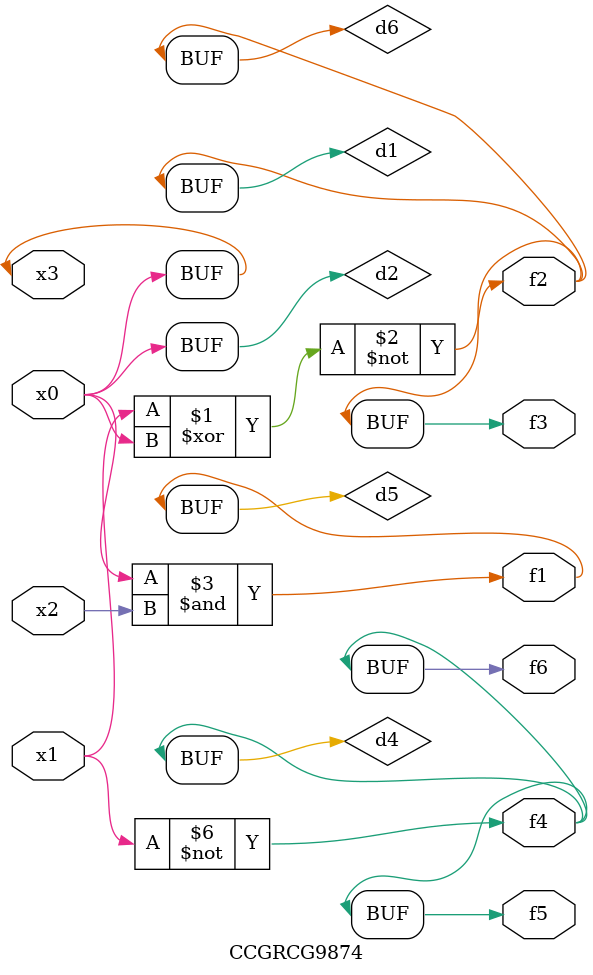
<source format=v>
module CCGRCG9874(
	input x0, x1, x2, x3,
	output f1, f2, f3, f4, f5, f6
);

	wire d1, d2, d3, d4, d5, d6;

	xnor (d1, x1, x3);
	buf (d2, x0, x3);
	nand (d3, x0, x2);
	not (d4, x1);
	nand (d5, d3);
	or (d6, d1);
	assign f1 = d5;
	assign f2 = d6;
	assign f3 = d6;
	assign f4 = d4;
	assign f5 = d4;
	assign f6 = d4;
endmodule

</source>
